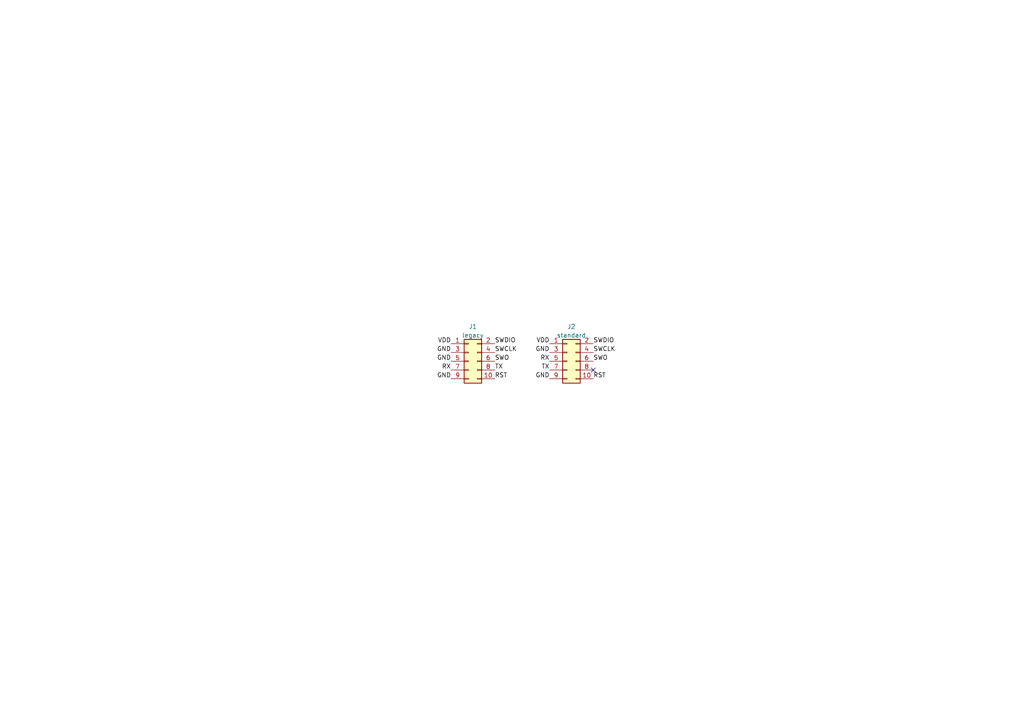
<source format=kicad_sch>
(kicad_sch (version 20211123) (generator eeschema)
  (paper "A4")
  (lib_symbols
    (symbol "Connector_Generic:Conn_02x05_Odd_Even" (pin_names (offset 1.016) hide)
      (property "Reference" "J" (at 1.27 7.62 0))
      (property "Value" "Conn_02x05_Odd_Even" (at 1.27 -7.62 0))
      (symbol "Conn_02x05_Odd_Even_1_1"
        (rectangle (start -1.27 -4.953) (end 0 -5.207) (stroke (width 0.1524)))
        (rectangle (start -1.27 -2.413) (end 0 -2.667) (stroke (width 0.1524)))
        (rectangle (start -1.27 0.127) (end 0 -0.127) (stroke (width 0.1524)))
        (rectangle (start -1.27 2.667) (end 0 2.413) (stroke (width 0.1524)))
        (rectangle (start -1.27 5.207) (end 0 4.953) (stroke (width 0.1524)))
        (rectangle (start -1.27 6.35) (end 3.81 -6.35) (stroke (width 0.254)) (fill (type background)))
        (rectangle (start 3.81 -4.953) (end 2.54 -5.207) (stroke (width 0.1524)))
        (rectangle (start 3.81 -2.413) (end 2.54 -2.667) (stroke (width 0.1524)))
        (rectangle (start 3.81 0.127) (end 2.54 -0.127) (stroke (width 0.1524)))
        (rectangle (start 3.81 2.667) (end 2.54 2.413) (stroke (width 0.1524)))
        (rectangle (start 3.81 5.207) (end 2.54 4.953) (stroke (width 0.1524)))
        (pin passive line (at -5.08 5.08 0) (length 3.81) (name "Pin_1") (number "1"))
        (pin passive line (at 7.62 -5.08 180) (length 3.81) (name "Pin_10") (number "10"))
        (pin passive line (at 7.62 5.08 180) (length 3.81) (name "Pin_2") (number "2"))
        (pin passive line (at -5.08 2.54 0) (length 3.81) (name "Pin_3") (number "3"))
        (pin passive line (at 7.62 2.54 180) (length 3.81) (name "Pin_4") (number "4"))
        (pin passive line (at -5.08 0 0) (length 3.81) (name "Pin_5") (number "5"))
        (pin passive line (at 7.62 0 180) (length 3.81) (name "Pin_6") (number "6"))
        (pin passive line (at -5.08 -2.54 0) (length 3.81) (name "Pin_7") (number "7"))
        (pin passive line (at 7.62 -2.54 180) (length 3.81) (name "Pin_8") (number "8"))
        (pin passive line (at -5.08 -5.08 0) (length 3.81) (name "Pin_9") (number "9"))
      )
    )
  )
  (no_connect (at 172.085 107.315))
  (label "VDD" (at 130.81 99.695 180))
  (label "RST" (at 172.085 109.855 0))
  (label "GND" (at 159.385 109.855 180))
  (label "GND" (at 130.81 102.235 180))
  (label "GND" (at 159.385 102.235 180))
  (label "GND" (at 130.81 109.855 180))
  (label "SWDIO" (at 143.51 99.695 0))
  (label "TX" (at 143.51 107.315 0))
  (label "RX" (at 159.385 104.775 180))
  (label "SWO" (at 172.085 104.775 0))
  (label "TX" (at 159.385 107.315 180))
  (label "SWO" (at 143.51 104.775 0))
  (label "SWCLK" (at 143.51 102.235 0))
  (label "SWCLK" (at 172.085 102.235 0))
  (label "RX" (at 130.81 107.315 180))
  (label "SWDIO" (at 172.085 99.695 0))
  (label "GND" (at 130.81 104.775 180))
  (label "VDD" (at 159.385 99.695 180))
  (label "RST" (at 143.51 109.855 0))
  (symbol (lib_id "Connector_Generic:Conn_02x05_Odd_Even") (at 135.89 104.775 0) (unit 1)
    (property "Reference" "J1" (at 137.16 94.7252 0))
    (property "Value" "legacy" (at 137.16 97.2621 0))
    (property "Footprint" "Connector_PinSocket_1.27mm:PinSocket_2x05_P1.27mm_Vertical_SMD" (effects hide))
  )
  (symbol (lib_id "Connector_Generic:Conn_02x05_Odd_Even") (at 164.465 104.775 0) (unit 1)
    (property "Reference" "J2" (at 165.735 94.7252 0))
    (property "Value" "standard" (at 165.735 97.2621 0))
    (property "Footprint" "Connector_PinHeader_1.27mm:PinHeader_2x05_P1.27mm_Vertical_SMD" (effects hide))
  )
)
</source>
